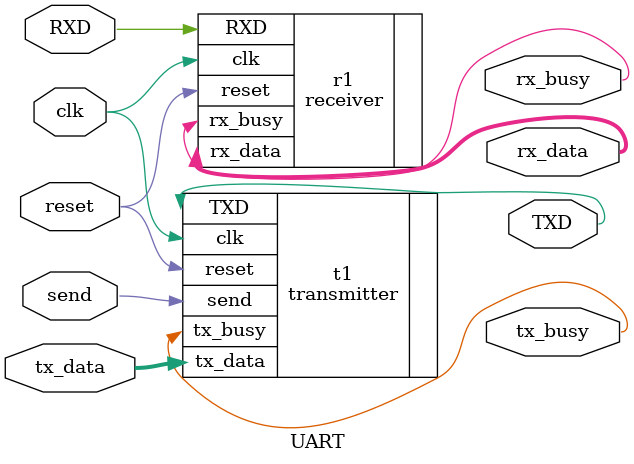
<source format=v>
`include "transmitter/transmitter.v"
`include "receiver/receiver.v"
module UART(RXD, TXD, clk, rx_data, tx_data, reset, send, rx_busy, tx_busy);
	input	RXD;
	input	clk;
	input	reset;
	output	[0:7] rx_data;
	output	rx_busy;
	input [0:7]	tx_data;
	input 		send;
	output		TXD;
	output 		tx_busy;

	transmitter t1(
		.tx_data(tx_data),
		.clk(clk),
		.reset(reset),
		.tx_busy(tx_busy),
		.send(send),
		.TXD(TXD)
	);

	receiver r1(
		.RXD(RXD),
		.clk(clk),
		.reset(reset),
		.rx_data(rx_data),
		.rx_busy(rx_busy)
	);


	

endmodule

</source>
